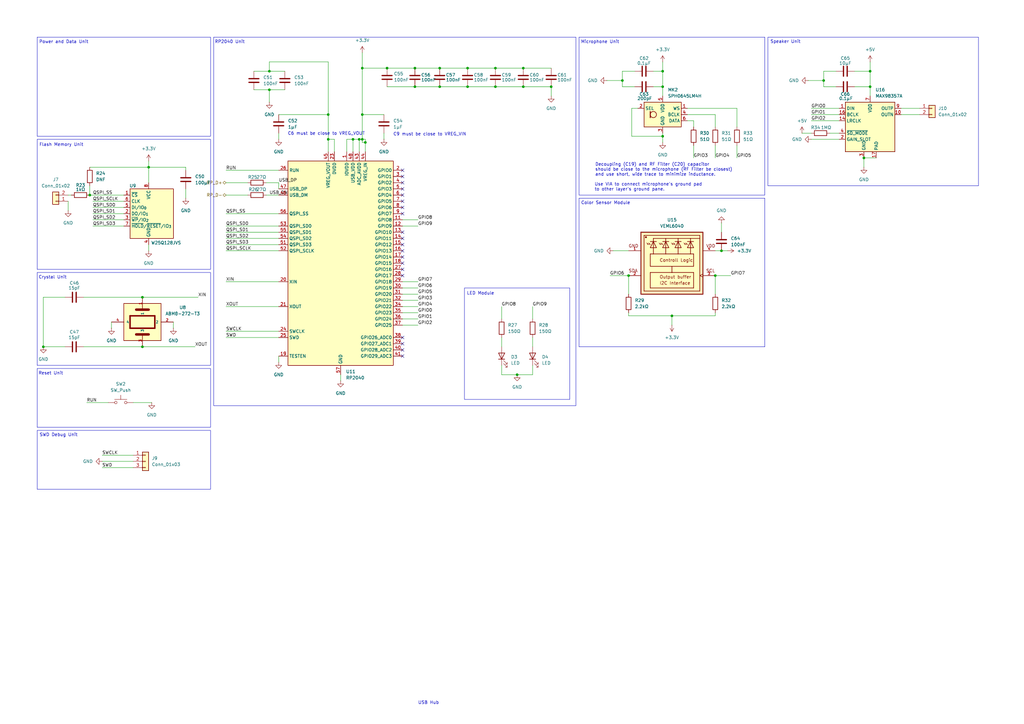
<source format=kicad_sch>
(kicad_sch (version 20250114) (generator "eeschema") (generator_version "9.0")
  (paper "A3")
  (lib_symbols
    (symbol "ABM8-272-T3:ABM8-272-T3" (pin_names (offset 1.016))
      (property "Reference" "U" (at 0 0 0))
      (property "Value" "ABM8-272-T3" (at 0 0 0))
      (symbol "ABM8-272-T3_0_0"
        (pin bidirectional line (at -12.7 0 0) (length 5.08) (name "4") (number "4"))
        (pin bidirectional line (at 0 10.16 270) (length 5.08) (name "1") (number "1"))
        (pin bidirectional line (at 0 -10.16 90) (length 5.08) (name "3") (number "3"))
        (pin bidirectional line (at 12.7 0 180) (length 5.08) (name "2") (number "2"))
      )
    )
    (symbol "Audio:MAX98357A"
      (property "Reference" "U" (at -8.89 11.43 0))
      (property "Value" "MAX98357A" (at 10.16 11.43 0))
      (symbol "MAX98357A_1_1"
        (pin input line (at -12.7 7.62 0) (length 2.54) (name "DIN") (number "1"))
        (pin input line (at -12.7 5.08 0) (length 2.54) (name "BCLK") (number "16"))
        (pin input line (at -12.7 2.54 0) (length 2.54) (name "LRCLK") (number "14"))
        (pin input line (at -12.7 -2.54 0) (length 2.54) (name "~{SD_MODE}") (number "4"))
        (pin passive line (at -12.7 -5.08 0) (length 2.54) (name "GAIN_SLOT") (number "2"))
        (pin passive line (at -2.54 -12.7 90) (length 2.54) (hide yes) (name "GND") (number "11"))
        (pin passive line (at -2.54 -12.7 90) (length 2.54) (hide yes) (name "GND") (number "15"))
        (pin power_in line (at -2.54 -12.7 90) (length 2.54) (name "GND") (number "3"))
        (pin power_in line (at 0 12.7 270) (length 2.54) (name "VDD") (number "7"))
        (pin passive line (at 0 12.7 270) (length 2.54) (hide yes) (name "VDD") (number "8"))
        (pin unspecified line (at 2.54 -12.7 90) (length 2.54) (name "PAD") (number "17"))
        (pin no_connect line (at 10.16 2.54 180) (length 2.54) (hide yes) (name "NC") (number "5"))
        (pin no_connect line (at 10.16 0 180) (length 2.54) (hide yes) (name "NC") (number "6"))
        (pin no_connect line (at 10.16 -5.08 180) (length 2.54) (hide yes) (name "NC") (number "12"))
        (pin no_connect line (at 10.16 -7.62 180) (length 2.54) (hide yes) (name "NC") (number "13"))
        (pin output line (at 12.7 7.62 180) (length 2.54) (name "OUTP") (number "9"))
        (pin output line (at 12.7 5.08 180) (length 2.54) (name "OUTN") (number "10"))
      )
    )
    (symbol "Connector_Generic:Conn_01x02" (pin_names (offset 1.016) (hide yes))
      (property "Reference" "J" (at 0 2.54 0))
      (property "Value" "Conn_01x02" (at 0 -5.08 0))
      (symbol "Conn_01x02_1_1"
        (pin passive line (at -5.08 0 0) (length 3.81) (name "Pin_1") (number "1"))
        (pin passive line (at -5.08 -2.54 0) (length 3.81) (name "Pin_2") (number "2"))
      )
    )
    (symbol "Connector_Generic:Conn_01x03" (pin_names (offset 1.016) (hide yes))
      (property "Reference" "J" (at 0 5.08 0))
      (property "Value" "Conn_01x03" (at 0 -5.08 0))
      (symbol "Conn_01x03_1_1"
        (pin passive line (at -5.08 2.54 0) (length 3.81) (name "Pin_1") (number "1"))
        (pin passive line (at -5.08 0 0) (length 3.81) (name "Pin_2") (number "2"))
        (pin passive line (at -5.08 -2.54 0) (length 3.81) (name "Pin_3") (number "3"))
      )
    )
    (symbol "Device:C" (pin_numbers (hide yes)) (pin_names (offset 0.254))
      (property "Reference" "C" (at 0.635 2.54 0))
      (property "Value" "C" (at 0.635 -2.54 0))
      (symbol "C_1_1"
        (pin passive line (at 0 3.81 270) (length 2.794) (name "~") (number "1"))
        (pin passive line (at 0 -3.81 90) (length 2.794) (name "~") (number "2"))
      )
    )
    (symbol "Device:LED" (pin_numbers (hide yes)) (pin_names (offset 1.016) (hide yes))
      (property "Reference" "D" (at 0 2.54 0))
      (property "Value" "LED" (at 0 -2.54 0))
      (symbol "LED_1_1"
        (pin passive line (at -3.81 0 0) (length 2.54) (name "K") (number "1"))
        (pin passive line (at 3.81 0 180) (length 2.54) (name "A") (number "2"))
      )
    )
    (symbol "Device:R" (pin_numbers (hide yes)) (pin_names (offset 0))
      (property "Reference" "R" (at 2.032 0 90))
      (property "Value" "R" (at 0 0 90))
      (symbol "R_1_1"
        (pin passive line (at 0 3.81 270) (length 1.27) (name "~") (number "1"))
        (pin passive line (at 0 -3.81 90) (length 1.27) (name "~") (number "2"))
      )
    )
    (symbol "MCU_RaspberryPi:RP2040"
      (property "Reference" "U" (at 17.78 45.72 0))
      (property "Value" "RP2040" (at 17.78 43.18 0))
      (symbol "RP2040_1_1"
        (pin input line (at -25.4 38.1 0) (length 3.81) (name "RUN") (number "26"))
        (pin bidirectional line (at -25.4 30.48 0) (length 3.81) (name "USB_DP") (number "47"))
        (pin bidirectional line (at -25.4 27.94 0) (length 3.81) (name "USB_DM") (number "46"))
        (pin bidirectional line (at -25.4 20.32 0) (length 3.81) (name "QSPI_SS") (number "56"))
        (pin bidirectional line (at -25.4 15.24 0) (length 3.81) (name "QSPI_SD0") (number "53"))
        (pin bidirectional line (at -25.4 12.7 0) (length 3.81) (name "QSPI_SD1") (number "55"))
        (pin bidirectional line (at -25.4 10.16 0) (length 3.81) (name "QSPI_SD2") (number "54"))
        (pin bidirectional line (at -25.4 7.62 0) (length 3.81) (name "QSPI_SD3") (number "51"))
        (pin output line (at -25.4 5.08 0) (length 3.81) (name "QSPI_SCLK") (number "52"))
        (pin input line (at -25.4 -7.62 0) (length 3.81) (name "XIN") (number "20"))
        (pin passive line (at -25.4 -17.78 0) (length 3.81) (name "XOUT") (number "21"))
        (pin input line (at -25.4 -27.94 0) (length 3.81) (name "SWCLK") (number "24"))
        (pin bidirectional line (at -25.4 -30.48 0) (length 3.81) (name "SWD") (number "25"))
        (pin input line (at -25.4 -38.1 0) (length 3.81) (name "TESTEN") (number "19"))
        (pin power_out line (at -5.08 45.72 270) (length 3.81) (name "VREG_VOUT") (number "45"))
        (pin power_in line (at -2.54 45.72 270) (length 3.81) (name "DVDD") (number "23"))
        (pin passive line (at -2.54 45.72 270) (length 3.81) (hide yes) (name "DVDD") (number "50"))
        (pin power_in line (at 0 -45.72 90) (length 3.81) (name "GND") (number "57"))
        (pin power_in line (at 2.54 45.72 270) (length 3.81) (name "IOVDD") (number "1"))
        (pin passive line (at 2.54 45.72 270) (length 3.81) (hide yes) (name "IOVDD") (number "10"))
        (pin passive line (at 2.54 45.72 270) (length 3.81) (hide yes) (name "IOVDD") (number "22"))
        (pin passive line (at 2.54 45.72 270) (length 3.81) (hide yes) (name "IOVDD") (number "33"))
        (pin passive line (at 2.54 45.72 270) (length 3.81) (hide yes) (name "IOVDD") (number "42"))
        (pin passive line (at 2.54 45.72 270) (length 3.81) (hide yes) (name "IOVDD") (number "49"))
        (pin power_in line (at 5.08 45.72 270) (length 3.81) (name "USB_VDD") (number "48"))
        (pin power_in line (at 7.62 45.72 270) (length 3.81) (name "ADC_AVDD") (number "43"))
        (pin power_in line (at 10.16 45.72 270) (length 3.81) (name "VREG_IN") (number "44"))
        (pin bidirectional line (at 25.4 38.1 180) (length 3.81) (name "GPIO0") (number "2"))
        (pin bidirectional line (at 25.4 35.56 180) (length 3.81) (name "GPIO1") (number "3"))
        (pin bidirectional line (at 25.4 33.02 180) (length 3.81) (name "GPIO2") (number "4"))
        (pin bidirectional line (at 25.4 30.48 180) (length 3.81) (name "GPIO3") (number "5"))
        (pin bidirectional line (at 25.4 27.94 180) (length 3.81) (name "GPIO4") (number "6"))
        (pin bidirectional line (at 25.4 25.4 180) (length 3.81) (name "GPIO5") (number "7"))
        (pin bidirectional line (at 25.4 22.86 180) (length 3.81) (name "GPIO6") (number "8"))
        (pin bidirectional line (at 25.4 20.32 180) (length 3.81) (name "GPIO7") (number "9"))
        (pin bidirectional line (at 25.4 17.78 180) (length 3.81) (name "GPIO8") (number "11"))
        (pin bidirectional line (at 25.4 15.24 180) (length 3.81) (name "GPIO9") (number "12"))
        (pin bidirectional line (at 25.4 12.7 180) (length 3.81) (name "GPIO10") (number "13"))
        (pin bidirectional line (at 25.4 10.16 180) (length 3.81) (name "GPIO11") (number "14"))
        (pin bidirectional line (at 25.4 7.62 180) (length 3.81) (name "GPIO12") (number "15"))
        (pin bidirectional line (at 25.4 5.08 180) (length 3.81) (name "GPIO13") (number "16"))
        (pin bidirectional line (at 25.4 2.54 180) (length 3.81) (name "GPIO14") (number "17"))
        (pin bidirectional line (at 25.4 0 180) (length 3.81) (name "GPIO15") (number "18"))
        (pin bidirectional line (at 25.4 -2.54 180) (length 3.81) (name "GPIO16") (number "27"))
        (pin bidirectional line (at 25.4 -5.08 180) (length 3.81) (name "GPIO17") (number "28"))
        (pin bidirectional line (at 25.4 -7.62 180) (length 3.81) (name "GPIO18") (number "29"))
        (pin bidirectional line (at 25.4 -10.16 180) (length 3.81) (name "GPIO19") (number "30"))
        (pin bidirectional line (at 25.4 -12.7 180) (length 3.81) (name "GPIO20") (number "31"))
        (pin bidirectional line (at 25.4 -15.24 180) (length 3.81) (name "GPIO21") (number "32"))
        (pin bidirectional line (at 25.4 -17.78 180) (length 3.81) (name "GPIO22") (number "34"))
        (pin bidirectional line (at 25.4 -20.32 180) (length 3.81) (name "GPIO23") (number "35"))
        (pin bidirectional line (at 25.4 -22.86 180) (length 3.81) (name "GPIO24") (number "36"))
        (pin bidirectional line (at 25.4 -25.4 180) (length 3.81) (name "GPIO25") (number "37"))
        (pin bidirectional line (at 25.4 -30.48 180) (length 3.81) (name "GPIO26_ADC0") (number "38"))
        (pin bidirectional line (at 25.4 -33.02 180) (length 3.81) (name "GPIO27_ADC1") (number "39"))
        (pin bidirectional line (at 25.4 -35.56 180) (length 3.81) (name "GPIO28_ADC2") (number "40"))
        (pin bidirectional line (at 25.4 -38.1 180) (length 3.81) (name "GPIO29_ADC3") (number "41"))
      )
    )
    (symbol "Sensor_Audio:SPH0645LM4H"
      (property "Reference" "MK" (at -7.62 6.35 0))
      (property "Value" "SPH0645LM4H" (at 1.27 6.35 0))
      (symbol "SPH0645LM4H_1_1"
        (pin input line (at -10.16 2.54 0) (length 2.54) (name "SEL") (number "2"))
        (pin power_in line (at 0 7.62 270) (length 2.54) (name "VDD") (number "5"))
        (pin power_in line (at 0 -7.62 90) (length 2.54) (name "GND") (number "3"))
        (pin input line (at 10.16 2.54 180) (length 2.54) (name "WS") (number "1"))
        (pin input line (at 10.16 0 180) (length 2.54) (name "BCLK") (number "4"))
        (pin output line (at 10.16 -2.54 180) (length 2.54) (name "DATA") (number "6"))
      )
    )
    (symbol "Switch:SW_Push" (pin_numbers (hide yes)) (pin_names (offset 1.016) (hide yes))
      (property "Reference" "SW" (at 1.27 2.54 0))
      (property "Value" "SW_Push" (at 0 -1.524 0))
      (symbol "SW_Push_0_1"
        (pin passive line (at -5.08 0 0) (length 2.54) (name "1") (number "1"))
        (pin passive line (at 5.08 0 180) (length 2.54) (name "2") (number "2"))
      )
    )
    (symbol "VEML6040:VEML6040" (pin_names (offset 1.016))
      (property "Reference" "U" (at -4.3236 13.7337 0))
      (property "Value" "VEML6040" (at -5.3409 -15.5141 0))
      (symbol "VEML6040_0_0"
        (text "GND" (at -17.7996 6.357 0) (effects (font (size 1.2714 1.2714)) (justify left bottom)))
        (text "SDA" (at -17.7869 -3.8115 0) (effects (font (size 1.2705 1.2705)) (justify left bottom)))
        (text "Output buffer" (at -5.0871 -6.3589 0) (effects (font (size 1.2718 1.2718)) (justify left bottom)))
        (text "Controll Logic" (at -5.0833 0.5083 0) (effects (font (size 1.2708 1.2708)) (justify left bottom)))
        (text "I2C Interface" (at -5.0825 -8.8943 0) (effects (font (size 1.2706 1.2706)) (justify left bottom)))
        (text "VDD" (at 13.9845 6.3566 0) (effects (font (size 1.2713 1.2713)) (justify left bottom)))
        (text "SCL" (at 13.9915 -3.8159 0) (effects (font (size 1.272 1.272)) (justify left bottom)))
        (pin power_in line (at -17.78 5.08 0) (length 5.08) (name "~") (number "1"))
        (pin bidirectional line (at -17.78 -5.08 0) (length 5.08) (name "~") (number "2"))
        (pin power_in line (at 17.78 5.08 180) (length 5.08) (name "~") (number "4"))
        (pin input clock (at 17.78 -5.08 180) (length 5.08) (name "~") (number "3"))
      )
    )
    (symbol "W25Q128JVS_1"
      (property "Reference" "U" (at -6.35 11.43 0))
      (property "Value" "W25Q128JVS" (at 7.62 11.43 0))
      (symbol "W25Q128JVS_1_1_1"
        (pin input line (at -10.16 7.62 0) (length 2.54) (name "~{CS}") (number "1"))
        (pin input line (at -10.16 5.08 0) (length 2.54) (name "CLK") (number "6"))
        (pin bidirectional line (at -10.16 2.54 0) (length 2.54) (name "DI/IO_{0}") (number "5"))
        (pin bidirectional line (at -10.16 0 0) (length 2.54) (name "DO/IO_{1}") (number "2"))
        (pin bidirectional line (at -10.16 -2.54 0) (length 2.54) (name "~{WP}/IO_{2}") (number "3"))
        (pin bidirectional line (at -10.16 -5.08 0) (length 2.54) (name "~{HOLD}/~{RESET}/IO_{3}") (number "7"))
        (pin power_in line (at 0 12.7 270) (length 2.54) (name "VCC") (number "8"))
        (pin power_in line (at 0 -12.7 90) (length 2.54) (name "GND") (number "4"))
      )
    )
    (symbol "power:+3.3V" (power) (pin_numbers (hide yes)) (pin_names (offset 0) (hide yes))
      (property "Value" "+3.3V" (at 0 3.556 0))
      (symbol "+3.3V_1_1"
        (pin power_in line (at 0 0 90) (length 0) (name "~") (number "1"))
      )
    )
    (symbol "power:+5V" (power) (pin_numbers (hide yes)) (pin_names (offset 0) (hide yes))
      (property "Value" "+5V" (at 0 3.556 0))
      (symbol "+5V_1_1"
        (pin power_in line (at 0 0 90) (length 0) (name "~") (number "1"))
      )
    )
    (symbol "power:GND" (power) (pin_numbers (hide yes)) (pin_names (offset 0) (hide yes))
      (property "Value" "GND" (at 0 -3.81 0))
      (symbol "GND_1_1"
        (pin power_in line (at 0 0 270) (length 0) (name "~") (number "1"))
      )
    )
  )
  (rectangle (start 15.24 151.13) (end 86.36 175.26))
  (rectangle (start 237.49 15.24) (end 313.69 80.01))
  (rectangle (start 190.5 118.11) (end 233.68 163.83))
  (rectangle (start 15.24 15.24) (end 86.36 55.88))
  (rectangle (start 15.24 57.15) (end 86.36 110.49))
  (rectangle (start 237.49 81.28) (end 313.69 142.24))
  (rectangle (start 15.24 111.76) (end 86.36 149.86))
  (rectangle (start 87.63 15.24) (end 236.22 166.37))
  (text "Microphone Unit" (at 246.126 17.272 0) (effects (font (size 1.27 1.27))))
  (text "Reset Unit" (at 20.828 153.162 0) (effects (font (size 1.27 1.27))))
  (text "Color Sensor Module" (at 248.412 83.312 0) (effects (font (size 1.27 1.27))))
  (text "LED Module" (at 197.104 120.396 0) (effects (font (size 1.27 1.27))))
  (text "RP2040 Unit" (at 94.234 17.272 0) (effects (font (size 1.27 1.27))))
  (text "USB Hub" (at 171.45 288.29 0) (effects (font (size 1.27 1.27)) (justify left)))
  (text "Flash Memory Unit" (at 25.146 59.436 0) (effects (font (size 1.27 1.27))))
  (text "Power and Data Unit" (at 26.162 17.272 0) (effects (font (size 1.27 1.27))))
  (text "C9 must be close to VREG_VIN" (at 176.276 55.118 0) (effects (font (size 1.27 1.27))))
  (text "C6 must be close to VREG_VOUT" (at 133.858 54.864 0) (effects (font (size 1.27 1.27))))
  (text "Decoupling (C19) and RF Filter (C20) capacitor\nshould be close to the microphone (RF Filter be closest)\nand use short, wide trace to minimize inductance." (at 244.094 69.596 0) (effects (font (size 1.27 1.27)) (justify left)))
  (text "Crystal Unit" (at 21.59 113.792 0) (effects (font (size 1.27 1.27))))
  (text "Use VIA to connect microphone's ground pad\nto other layer's ground pane.\n" (at 243.84 76.708 0) (effects (font (size 1.27 1.27)) (justify left)))
  (text_box "SWD Debug Unit" (at 15.24 176.53 0) (size 71.12 24.13) (margins 0.9525 0.9525 0.9525 0.9525) (effects (font (size 1.27 1.27)) (justify left top)))
  (text_box "Speaker Unit" (at 314.96 15.24 0) (size 86.36 60.96) (margins 0.9525 0.9525 0.9525 0.9525) (effects (font (size 1.27 1.27)) (justify left top)))
  (junction (at 356.87 29.21))
  (junction (at 337.82 33.02))
  (junction (at 17.78 142.24))
  (junction (at 203.2 27.94))
  (junction (at 180.34 27.94))
  (junction (at 293.37 113.03))
  (junction (at 275.59 129.54))
  (junction (at 214.63 27.94))
  (junction (at 271.78 29.21))
  (junction (at 110.49 36.83))
  (junction (at 212.09 153.67))
  (junction (at 134.62 46.99))
  (junction (at 191.77 35.56))
  (junction (at 180.34 35.56))
  (junction (at 60.96 68.58))
  (junction (at 356.87 35.56))
  (junction (at 226.06 35.56))
  (junction (at 36.83 80.01))
  (junction (at 214.63 35.56))
  (junction (at 191.77 27.94))
  (junction (at 149.86 58.42))
  (junction (at 158.75 27.94))
  (junction (at 257.81 113.03))
  (junction (at 147.32 57.15))
  (junction (at 271.78 35.56))
  (junction (at 148.59 46.99))
  (junction (at 110.49 29.21))
  (junction (at 58.42 121.92))
  (junction (at 295.91 102.87))
  (junction (at 255.27 33.02))
  (junction (at 354.33 64.77))
  (junction (at 58.42 142.24))
  (junction (at 170.18 27.94))
  (junction (at 170.18 35.56))
  (junction (at 271.78 55.88))
  (junction (at 203.2 35.56))
  (junction (at 148.59 57.15))
  (junction (at 148.59 27.94))
  (junction (at 134.62 57.15))
  (junction (at 144.78 57.15))
  (no_connect (at 165.1 143.51))
  (no_connect (at 165.1 72.39))
  (no_connect (at 165.1 113.03))
  (no_connect (at 165.1 74.93))
  (no_connect (at 165.1 138.43))
  (no_connect (at 165.1 107.95))
  (no_connect (at 165.1 69.85))
  (no_connect (at 165.1 97.79))
  (no_connect (at 165.1 100.33))
  (no_connect (at 165.1 102.87))
  (no_connect (at 165.1 95.25))
  (no_connect (at 165.1 140.97))
  (no_connect (at 165.1 87.63))
  (no_connect (at 165.1 82.55))
  (no_connect (at 165.1 85.09))
  (no_connect (at 165.1 80.01))
  (no_connect (at 165.1 105.41))
  (no_connect (at 165.1 110.49))
  (no_connect (at 165.1 77.47))
  (no_connect (at 165.1 146.05))
  (wire (pts (xy 58.42 121.92) (xy 81.28 121.92)))
  (wire (pts (xy 281.94 44.45) (xy 302.26 44.45)))
  (wire (pts (xy 147.32 57.15) (xy 147.32 62.23)))
  (wire (pts (xy 354.33 64.77) (xy 359.41 64.77)))
  (wire (pts (xy 35.56 165.1) (xy 44.45 165.1)))
  (wire (pts (xy 331.47 33.02) (xy 337.82 33.02)))
  (wire (pts (xy 41.91 186.69) (xy 54.61 186.69)))
  (wire (pts (xy 144.78 57.15) (xy 144.78 62.23)))
  (wire (pts (xy 38.1 82.55) (xy 50.8 82.55)))
  (wire (pts (xy 170.18 27.94) (xy 180.34 27.94)))
  (wire (pts (xy 295.91 91.44) (xy 295.91 95.25)))
  (wire (pts (xy 332.74 57.15) (xy 344.17 57.15)))
  (wire (pts (xy 340.36 54.61) (xy 344.17 54.61)))
  (wire (pts (xy 114.3 74.93) (xy 114.3 77.47)))
  (wire (pts (xy 165.1 92.71) (xy 171.45 92.71)))
  (wire (pts (xy 205.74 138.43) (xy 205.74 142.24)))
  (wire (pts (xy 218.44 125.73) (xy 218.44 130.81)))
  (wire (pts (xy 142.24 57.15) (xy 144.78 57.15)))
  (wire (pts (xy 60.96 68.58) (xy 60.96 74.93)))
  (wire (pts (xy 149.86 57.15) (xy 149.86 58.42)))
  (wire (pts (xy 255.27 29.21) (xy 255.27 33.02)))
  (wire (pts (xy 342.9 35.56) (xy 337.82 35.56)))
  (wire (pts (xy 259.08 44.45) (xy 259.08 55.88)))
  (wire (pts (xy 148.59 57.15) (xy 149.86 57.15)))
  (wire (pts (xy 60.96 100.33) (xy 60.96 102.87)))
  (wire (pts (xy 369.57 46.99) (xy 377.19 46.99)))
  (wire (pts (xy 92.71 80.01) (xy 101.6 80.01)))
  (wire (pts (xy 26.67 121.92) (xy 17.78 121.92)))
  (wire (pts (xy 165.1 130.81) (xy 171.45 130.81)))
  (wire (pts (xy 342.9 29.21) (xy 337.82 29.21)))
  (wire (pts (xy 109.22 80.01) (xy 114.3 80.01)))
  (wire (pts (xy 293.37 102.87) (xy 295.91 102.87)))
  (wire (pts (xy 295.91 102.87) (xy 298.45 102.87)))
  (wire (pts (xy 257.81 129.54) (xy 257.81 128.27)))
  (wire (pts (xy 158.75 27.94) (xy 170.18 27.94)))
  (wire (pts (xy 281.94 49.53) (xy 284.48 49.53)))
  (wire (pts (xy 92.71 87.63) (xy 114.3 87.63)))
  (wire (pts (xy 293.37 129.54) (xy 293.37 128.27)))
  (wire (pts (xy 34.29 142.24) (xy 58.42 142.24)))
  (wire (pts (xy 350.52 35.56) (xy 356.87 35.56)))
  (wire (pts (xy 180.34 35.56) (xy 191.77 35.56)))
  (wire (pts (xy 38.1 85.09) (xy 50.8 85.09)))
  (wire (pts (xy 134.62 46.99) (xy 114.3 46.99)))
  (wire (pts (xy 60.96 68.58) (xy 76.2 68.58)))
  (wire (pts (xy 218.44 149.86) (xy 218.44 153.67)))
  (wire (pts (xy 92.71 95.25) (xy 114.3 95.25)))
  (wire (pts (xy 38.1 87.63) (xy 50.8 87.63)))
  (wire (pts (xy 76.2 77.47) (xy 76.2 81.28)))
  (wire (pts (xy 142.24 62.23) (xy 142.24 57.15)))
  (wire (pts (xy 110.49 29.21) (xy 116.84 29.21)))
  (wire (pts (xy 271.78 35.56) (xy 271.78 39.37)))
  (wire (pts (xy 293.37 113.03) (xy 299.72 113.03)))
  (wire (pts (xy 165.1 115.57) (xy 171.45 115.57)))
  (wire (pts (xy 45.72 132.08) (xy 45.72 134.62)))
  (wire (pts (xy 356.87 25.4) (xy 356.87 29.21)))
  (wire (pts (xy 17.78 142.24) (xy 26.67 142.24)))
  (wire (pts (xy 92.71 115.57) (xy 114.3 115.57)))
  (wire (pts (xy 356.87 35.56) (xy 356.87 39.37)))
  (wire (pts (xy 255.27 35.56) (xy 255.27 33.02)))
  (wire (pts (xy 205.74 153.67) (xy 212.09 153.67)))
  (wire (pts (xy 41.91 189.23) (xy 54.61 189.23)))
  (wire (pts (xy 144.78 57.15) (xy 147.32 57.15)))
  (wire (pts (xy 284.48 59.69) (xy 284.48 64.77)))
  (wire (pts (xy 226.06 35.56) (xy 226.06 39.37)))
  (wire (pts (xy 337.82 35.56) (xy 337.82 33.02)))
  (wire (pts (xy 36.83 76.2) (xy 36.83 80.01)))
  (wire (pts (xy 328.93 54.61) (xy 332.74 54.61)))
  (wire (pts (xy 148.59 27.94) (xy 148.59 46.99)))
  (wire (pts (xy 332.74 46.99) (xy 344.17 46.99)))
  (wire (pts (xy 369.57 44.45) (xy 377.19 44.45)))
  (wire (pts (xy 205.74 125.73) (xy 205.74 130.81)))
  (wire (pts (xy 218.44 153.67) (xy 212.09 153.67)))
  (wire (pts (xy 302.26 44.45) (xy 302.26 52.07)))
  (wire (pts (xy 165.1 118.11) (xy 171.45 118.11)))
  (wire (pts (xy 180.34 27.94) (xy 191.77 27.94)))
  (wire (pts (xy 60.96 66.04) (xy 60.96 68.58)))
  (wire (pts (xy 284.48 49.53) (xy 284.48 52.07)))
  (wire (pts (xy 337.82 29.21) (xy 337.82 33.02)))
  (wire (pts (xy 261.62 44.45) (xy 259.08 44.45)))
  (wire (pts (xy 191.77 35.56) (xy 203.2 35.56)))
  (wire (pts (xy 302.26 59.69) (xy 302.26 64.77)))
  (wire (pts (xy 114.3 54.61) (xy 114.3 57.15)))
  (wire (pts (xy 203.2 27.94) (xy 214.63 27.94)))
  (wire (pts (xy 27.94 80.01) (xy 29.21 80.01)))
  (wire (pts (xy 41.91 191.77) (xy 54.61 191.77)))
  (wire (pts (xy 134.62 57.15) (xy 134.62 62.23)))
  (wire (pts (xy 137.16 62.23) (xy 137.16 57.15)))
  (wire (pts (xy 281.94 46.99) (xy 293.37 46.99)))
  (wire (pts (xy 54.61 165.1) (xy 62.23 165.1)))
  (wire (pts (xy 293.37 113.03) (xy 293.37 120.65)))
  (wire (pts (xy 17.78 121.92) (xy 17.78 142.24)))
  (wire (pts (xy 110.49 36.83) (xy 116.84 36.83)))
  (wire (pts (xy 92.71 135.89) (xy 114.3 135.89)))
  (wire (pts (xy 104.14 36.83) (xy 110.49 36.83)))
  (wire (pts (xy 356.87 29.21) (xy 356.87 35.56)))
  (wire (pts (xy 158.75 35.56) (xy 170.18 35.56)))
  (wire (pts (xy 134.62 25.4) (xy 134.62 46.99)))
  (wire (pts (xy 165.1 120.65) (xy 171.45 120.65)))
  (wire (pts (xy 157.48 54.61) (xy 157.48 57.15)))
  (wire (pts (xy 218.44 138.43) (xy 218.44 142.24)))
  (wire (pts (xy 332.74 44.45) (xy 344.17 44.45)))
  (wire (pts (xy 165.1 123.19) (xy 171.45 123.19)))
  (wire (pts (xy 214.63 35.56) (xy 226.06 35.56)))
  (wire (pts (xy 34.29 121.92) (xy 58.42 121.92)))
  (wire (pts (xy 36.83 80.01) (xy 50.8 80.01)))
  (wire (pts (xy 165.1 133.35) (xy 171.45 133.35)))
  (wire (pts (xy 92.71 102.87) (xy 114.3 102.87)))
  (wire (pts (xy 214.63 27.94) (xy 226.06 27.94)))
  (wire (pts (xy 248.92 33.02) (xy 255.27 33.02)))
  (wire (pts (xy 332.74 49.53) (xy 344.17 49.53)))
  (wire (pts (xy 275.59 133.35) (xy 275.59 129.54)))
  (wire (pts (xy 205.74 149.86) (xy 205.74 153.67)))
  (wire (pts (xy 165.1 125.73) (xy 171.45 125.73)))
  (wire (pts (xy 104.14 29.21) (xy 110.49 29.21)))
  (wire (pts (xy 275.59 129.54) (xy 293.37 129.54)))
  (wire (pts (xy 92.71 74.93) (xy 101.6 74.93)))
  (wire (pts (xy 92.71 100.33) (xy 114.3 100.33)))
  (wire (pts (xy 147.32 57.15) (xy 148.59 57.15)))
  (wire (pts (xy 170.18 35.56) (xy 180.34 35.56)))
  (wire (pts (xy 250.19 113.03) (xy 257.81 113.03)))
  (wire (pts (xy 191.77 27.94) (xy 203.2 27.94)))
  (wire (pts (xy 139.7 153.67) (xy 139.7 156.21)))
  (wire (pts (xy 203.2 35.56) (xy 214.63 35.56)))
  (wire (pts (xy 148.59 58.42) (xy 148.59 57.15)))
  (wire (pts (xy 350.52 29.21) (xy 356.87 29.21)))
  (wire (pts (xy 149.86 62.23) (xy 149.86 58.42)))
  (wire (pts (xy 148.59 21.59) (xy 148.59 27.94)))
  (wire (pts (xy 27.94 82.55) (xy 27.94 86.36)))
  (wire (pts (xy 110.49 25.4) (xy 134.62 25.4)))
  (wire (pts (xy 354.33 64.77) (xy 354.33 68.58)))
  (wire (pts (xy 148.59 46.99) (xy 157.48 46.99)))
  (wire (pts (xy 38.1 92.71) (xy 50.8 92.71)))
  (wire (pts (xy 148.59 46.99) (xy 148.59 57.15)))
  (wire (pts (xy 293.37 46.99) (xy 293.37 52.07)))
  (wire (pts (xy 134.62 57.15) (xy 134.62 46.99)))
  (wire (pts (xy 92.71 138.43) (xy 114.3 138.43)))
  (wire (pts (xy 271.78 29.21) (xy 271.78 35.56)))
  (wire (pts (xy 109.22 74.93) (xy 114.3 74.93)))
  (wire (pts (xy 148.59 27.94) (xy 158.75 27.94)))
  (wire (pts (xy 267.97 35.56) (xy 271.78 35.56)))
  (wire (pts (xy 36.83 68.58) (xy 60.96 68.58)))
  (wire (pts (xy 267.97 29.21) (xy 271.78 29.21)))
  (wire (pts (xy 165.1 90.17) (xy 171.45 90.17)))
  (wire (pts (xy 260.35 29.21) (xy 255.27 29.21)))
  (wire (pts (xy 110.49 25.4) (xy 110.49 29.21)))
  (wire (pts (xy 110.49 36.83) (xy 110.49 41.91)))
  (wire (pts (xy 271.78 25.4) (xy 271.78 29.21)))
  (wire (pts (xy 251.46 102.87) (xy 257.81 102.87)))
  (wire (pts (xy 92.71 97.79) (xy 114.3 97.79)))
  (wire (pts (xy 114.3 146.05) (xy 114.3 148.59)))
  (wire (pts (xy 76.2 69.85) (xy 76.2 68.58)))
  (wire (pts (xy 293.37 59.69) (xy 293.37 64.77)))
  (wire (pts (xy 259.08 55.88) (xy 271.78 55.88)))
  (wire (pts (xy 271.78 54.61) (xy 271.78 55.88)))
  (wire (pts (xy 271.78 55.88) (xy 271.78 58.42)))
  (wire (pts (xy 38.1 90.17) (xy 50.8 90.17)))
  (wire (pts (xy 92.71 69.85) (xy 114.3 69.85)))
  (wire (pts (xy 71.12 132.08) (xy 71.12 134.62)))
  (wire (pts (xy 257.81 113.03) (xy 257.81 120.65)))
  (wire (pts (xy 137.16 57.15) (xy 134.62 57.15)))
  (wire (pts (xy 92.71 125.73) (xy 114.3 125.73)))
  (wire (pts (xy 260.35 35.56) (xy 255.27 35.56)))
  (wire (pts (xy 275.59 129.54) (xy 257.81 129.54)))
  (wire (pts (xy 58.42 142.24) (xy 80.01 142.24)))
  (wire (pts (xy 92.71 92.71) (xy 114.3 92.71)))
  (wire (pts (xy 165.1 128.27) (xy 171.45 128.27)))
  (wire (pts (xy 149.86 58.42) (xy 148.59 58.42)))
  (label "GPIO6" (at 171.45 118.11 0))
  (label "GPIO3" (at 284.48 64.77 0))
  (label "QSPI_SD1" (at 38.1 87.63 0))
  (label "GPIO5" (at 302.26 64.77 0))
  (label "USB_DP" (at 114.3 74.93 0))
  (label "SWCLK" (at 41.91 186.69 0))
  (label "USB_DN" (at 110.49 80.01 0))
  (label "GPIO2" (at 171.45 133.35 0))
  (label "QSPI_SD0" (at 38.1 85.09 0))
  (label "GPIO5" (at 171.45 120.65 0))
  (label "XOUT" (at 92.71 125.73 0))
  (label "GPIO6" (at 250.19 113.03 0))
  (label "QSPI_SD1" (at 92.71 95.25 0))
  (label "QSPI_SCLK" (at 92.71 102.87 0))
  (label "GPIO3" (at 171.45 123.19 0))
  (label "QSPI_SD0" (at 92.71 92.71 0))
  (label "SWCLK" (at 92.71 135.89 0))
  (label "QSPI_SS" (at 38.1 80.01 0))
  (label "GPIO7" (at 171.45 115.57 0))
  (label "RUN" (at 92.71 69.85 0))
  (label "GPIO9" (at 218.44 125.73 0))
  (label "QSPI_SD3" (at 92.71 100.33 0))
  (label "XIN" (at 92.71 115.57 0))
  (label "QSPI_SCLK" (at 38.1 82.55 0))
  (label "XIN" (at 81.28 121.92 0))
  (label "GPIO4" (at 293.37 64.77 0))
  (label "SWD" (at 92.71 138.43 0))
  (label "QSPI_SD2" (at 38.1 90.17 0))
  (label "GPIO1" (at 171.45 130.81 0))
  (label "GPIO0" (at 171.45 128.27 0))
  (label "QSPI_SD2" (at 92.71 97.79 0))
  (label "GPIO2" (at 332.74 49.53 0))
  (label "GPIO1" (at 332.74 46.99 0))
  (label "GPIO8" (at 171.45 90.17 0))
  (label "GPIO8" (at 205.74 125.73 0))
  (label "GPIO7" (at 299.72 113.03 0))
  (label "GPIO9" (at 171.45 92.71 0))
  (label "SWD" (at 41.91 191.77 0))
  (label "RUN" (at 35.56 165.1 0))
  (label "GPIO0" (at 332.74 44.45 0))
  (label "QSPI_SS" (at 92.71 87.63 0))
  (label "GPIO4" (at 171.45 125.73 0))
  (label "QSPI_SD3" (at 38.1 92.71 0))
  (label "XOUT" (at 80.01 142.24 0))
  (hierarchical_label "RP_D+" (shape bidirectional) (at 92.71 74.93 180))
  (hierarchical_label "RP_D-" (shape bidirectional) (at 92.71 80.01 180))
  (symbol (lib_id "Device:R") (at 205.74 134.62 0) (unit 1)
    (property "Reference" "R27" (at 208.28 133.3499 0) (effects (justify left)))
    (property "Value" "150Ω" (at 208.28 135.8899 0) (effects (justify left)))
    (property "Footprint" "Resistor_SMD:R_0603_1608Metric" (effects (hide yes)))
    (property "Description" "Resistor" (effects (hide yes)))
  )
  (symbol (lib_id "Device:R") (at 105.41 74.93 90) (unit 1)
    (property "Reference" "R25" (at 103.632 72.644 90))
    (property "Value" "27Ω" (at 107.188 72.644 90))
    (property "Footprint" "Resistor_SMD:R_0603_1608Metric" (effects (hide yes)))
    (property "Description" "Resistor" (effects (hide yes)))
  )
  (symbol (lib_id "ABM8-272-T3:ABM8-272-T3") (at 58.42 132.08 0) (unit 1)
    (property "Reference" "U8" (at 74.93 126.1108 0))
    (property "Value" "ABM8-272-T3" (at 74.93 128.6508 0))
    (property "Footprint" "ABM8-272-T3:ABM8-272-T3" (effects (hide yes)))
    (property "MF" "ABRACON" (effects (hide yes)))
    (property "Description_1" "\n                        \n                            12 MHz ±30ppm Crystal 10pF 50 Ohms 4-SMD, No Lead\n                        \n" (effects (hide yes)))
    (property "Package" "NON-STANDARD-4 Abracon" (effects (hide yes)))
    (property "Price" "None" (effects (hide yes)))
    (property "SnapEDA_Link" "https://www.snapeda.com/parts/ABM8-272-T3/Abracon/view-part/?ref=snap" (effects (hide yes)))
    (property "MP" "ABM8-272-T3" (effects (hide yes)))
    (property "Availability" "In Stock" (effects (hide yes)))
    (property "Check_prices" "https://www.snapeda.com/parts/ABM8-272-T3/Abracon/view-part/?ref=eda" (effects (hide yes)))
  )
  (symbol (lib_id "Device:C") (at 114.3 50.8 0) (unit 1)
    (property "Reference" "C52" (at 118.11 49.5299 0) (effects (justify left)))
    (property "Value" "1μF" (at 118.11 52.0699 0) (effects (justify left)))
    (property "Footprint" "Capacitor_SMD:C_0402_1005Metric" (effects (hide yes)))
    (property "Description" "Unpolarized capacitor" (effects (hide yes)))
  )
  (symbol (lib_id "Device:C") (at 30.48 142.24 90) (unit 1)
    (property "Reference" "C47" (at 30.48 136.144 90))
    (property "Value" "15pF" (at 30.48 138.43 90))
    (property "Footprint" "Capacitor_SMD:C_0402_1005Metric" (effects (hide yes)))
    (property "Description" "Unpolarized capacitor" (effects (hide yes)))
  )
  (symbol (lib_id "Device:R") (at 293.37 124.46 0) (unit 1)
    (property "Reference" "R32" (at 295.91 123.1899 0) (effects (justify left)))
    (property "Value" "2.2kΩ" (at 295.91 125.7299 0) (effects (justify left)))
    (property "Footprint" "Resistor_SMD:R_0603_1608Metric" (effects (hide yes)))
    (property "Description" "Resistor" (effects (hide yes)))
  )
  (symbol (lib_id "Connector_Generic:Conn_01x02") (at 382.27 44.45 0) (unit 1)
    (property "Reference" "J10" (at 384.81 44.4499 0) (effects (justify left)))
    (property "Value" "Conn_01x02" (at 384.81 46.9899 0) (effects (justify left)))
    (property "Footprint" "Connector_PinSocket_2.54mm:PinSocket_1x02_P2.54mm_Vertical" (effects (hide yes)))
    (property "Description" "Generic connector, single row, 01x02, script generated (kicad-library-utils/schlib/autogen/connector/)" (effects (hide yes)))
  )
  (symbol (lib_id "Device:C") (at 158.75 31.75 0) (unit 1)
    (property "Reference" "C55" (at 161.544 30.226 0) (effects (justify left)))
    (property "Value" "100nF" (at 161.544 32.766 0) (effects (justify left)))
    (property "Footprint" "Capacitor_SMD:C_0603_1608Metric" (effects (hide yes)))
    (property "Description" "Unpolarized capacitor" (effects (hide yes)))
  )
  (symbol (lib_id "power:GND") (at 295.91 91.44 180) (unit 1)
    (property "Reference" "#PWR092" (effects (hide yes)))
    (property "Value" "GND" (at 295.91 86.36 0))
    (property "Description" "Power symbol creates a global label with name \"GND\" , ground" (effects (hide yes)))
  )
  (symbol (lib_id "power:GND") (at 212.09 153.67 0) (unit 1)
    (property "Reference" "#PWR085" (effects (hide yes)))
    (property "Value" "GND" (at 212.09 158.75 0))
    (property "Description" "Power symbol creates a global label with name \"GND\" , ground" (effects (hide yes)))
  )
  (symbol (lib_id "power:GND") (at 331.47 33.02 270) (unit 1)
    (property "Reference" "#PWR094" (effects (hide yes)))
    (property "Value" "GND" (at 327.66 33.0199 90) (effects (justify right)))
    (property "Description" "Power symbol creates a global label with name \"GND\" , ground" (effects (hide yes)))
  )
  (symbol (lib_id "power:+3.3V") (at 60.96 66.04 0) (unit 1)
    (property "Reference" "#PWR07" (effects (hide yes)))
    (property "Value" "+3.3V" (at 60.96 60.96 0))
    (property "Description" "Power symbol creates a global label with name \"+3.3V\"" (effects (hide yes)))
  )
  (symbol (lib_id "Device:C") (at 295.91 99.06 0) (unit 1)
    (property "Reference" "C64" (at 299.72 97.7899 0) (effects (justify left)))
    (property "Value" "100nF" (at 299.72 100.3299 0) (effects (justify left)))
    (property "Footprint" "Capacitor_SMD:C_0603_1608Metric" (effects (hide yes)))
    (property "Description" "Unpolarized capacitor" (effects (hide yes)))
  )
  (symbol (lib_id "Device:R") (at 284.48 55.88 0) (unit 1)
    (property "Reference" "R30" (at 287.02 54.6099 0) (effects (justify left)))
    (property "Value" "51Ω" (at 287.02 57.1499 0) (effects (justify left)))
    (property "Footprint" "Resistor_SMD:R_0603_1608Metric" (effects (hide yes)))
    (property "Description" "Resistor" (effects (hide yes)))
  )
  (symbol (lib_id "Device:C") (at 30.48 121.92 90) (unit 1)
    (property "Reference" "C46" (at 30.48 116.078 90))
    (property "Value" "15pF" (at 30.48 118.11 90))
    (property "Footprint" "Capacitor_SMD:C_0402_1005Metric" (effects (hide yes)))
    (property "Description" "Unpolarized capacitor" (effects (hide yes)))
  )
  (symbol (lib_id "Device:R") (at 293.37 55.88 180) (unit 1)
    (property "Reference" "R31" (at 295.91 54.6099 0) (effects (justify right)))
    (property "Value" "51Ω" (at 295.91 57.1499 0) (effects (justify right)))
    (property "Footprint" "Resistor_SMD:R_0603_1608Metric" (effects (hide yes)))
    (property "Description" "Resistor" (effects (hide yes)))
  )
  (symbol (lib_id "Device:C") (at 264.16 29.21 90) (unit 1)
    (property "Reference" "C62" (at 264.16 23.876 90))
    (property "Value" "0.1μF" (at 264.16 25.908 90))
    (property "Footprint" "Capacitor_SMD:C_0603_1608Metric" (effects (hide yes)))
    (property "Description" "Unpolarized capacitor" (effects (hide yes)))
  )
  (symbol (lib_id "power:GND") (at 332.74 57.15 270) (unit 1)
    (property "Reference" "#PWR096" (effects (hide yes)))
    (property "Value" "GND" (at 328.93 57.1499 90) (effects (justify right)))
    (property "Description" "Power symbol creates a global label with name \"GND\" , ground" (effects (hide yes)))
  )
  (symbol (lib_id "Device:R") (at 336.55 54.61 90) (unit 1)
    (property "Reference" "R34" (at 334.518 52.324 90))
    (property "Value" "1MΩ" (at 338.836 52.324 90))
    (property "Footprint" "Resistor_SMD:R_0603_1608Metric" (effects (hide yes)))
    (property "Description" "Resistor" (effects (hide yes)))
  )
  (symbol (lib_id "Device:C") (at 180.34 31.75 0) (unit 1)
    (property "Reference" "C57" (at 182.88 30.734 0) (effects (justify left)))
    (property "Value" "100nF" (at 182.88 32.766 0) (effects (justify left)))
    (property "Footprint" "Capacitor_SMD:C_0603_1608Metric" (effects (hide yes)))
    (property "Description" "Unpolarized capacitor" (effects (hide yes)))
  )
  (symbol (lib_id "power:GND") (at 114.3 57.15 0) (unit 1)
    (property "Reference" "#PWR079" (effects (hide yes)))
    (property "Value" "GND" (at 114.3 62.23 0))
    (property "Description" "Power symbol creates a global label with name \"GND\" , ground" (effects (hide yes)))
  )
  (symbol (lib_id "Device:C") (at 346.71 35.56 90) (unit 1)
    (property "Reference" "C66" (at 346.71 38.608 90))
    (property "Value" "0.1μF" (at 346.964 40.386 90))
    (property "Footprint" "Capacitor_SMD:C_0603_1608Metric" (effects (hide yes)))
    (property "Description" "Unpolarized capacitor" (effects (hide yes)))
  )
  (symbol (lib_id "power:+5V") (at 356.87 25.4 0) (unit 1)
    (property "Reference" "#PWR08" (effects (hide yes)))
    (property "Value" "+5V" (at 356.87 20.32 0))
    (property "Description" "Power symbol creates a global label with name \"+5V\"" (effects (hide yes)))
  )
  (symbol (lib_id "power:GND") (at 41.91 189.23 270) (unit 1)
    (property "Reference" "#PWR059" (effects (hide yes)))
    (property "Value" "GND" (at 38.1 189.2299 90) (effects (justify right)))
    (property "Description" "Power symbol creates a global label with name \"GND\" , ground" (effects (hide yes)))
  )
  (symbol (lib_id "power:GND") (at 157.48 57.15 0) (unit 1)
    (property "Reference" "#PWR084" (effects (hide yes)))
    (property "Value" "GND" (at 157.48 62.23 0))
    (property "Description" "Power symbol creates a global label with name \"GND\" , ground" (effects (hide yes)))
  )
  (symbol (lib_id "Switch:SW_Push") (at 49.53 165.1 0) (unit 1)
    (property "Reference" "SW2" (at 49.53 157.48 0))
    (property "Value" "SW_Push" (at 49.53 160.02 0))
    (property "Footprint" "Button_Switch_THT:SW_PUSH_1P1T_6x3.5mm_H4.3_APEM_MJTP1243" (effects (hide yes)))
    (property "Description" "Push button switch, generic, two pins" (effects (hide yes)))
  )
  (symbol (lib_id "power:+3.3V") (at 148.59 21.59 0) (unit 1)
    (property "Reference" "#PWR05" (effects (hide yes)))
    (property "Value" "+3.3V" (at 148.59 16.51 0))
    (property "Description" "Power symbol creates a global label with name \"+3.3V\"" (effects (hide yes)))
  )
  (symbol (lib_id "Device:R") (at 302.26 55.88 180) (unit 1)
    (property "Reference" "R33" (at 304.8 54.6099 0) (effects (justify right)))
    (property "Value" "51Ω" (at 304.8 57.1499 0) (effects (justify right)))
    (property "Footprint" "Resistor_SMD:R_0603_1608Metric" (effects (hide yes)))
    (property "Description" "Resistor" (effects (hide yes)))
  )
  (symbol (lib_id "Device:C") (at 264.16 35.56 90) (unit 1)
    (property "Reference" "C63" (at 264.16 38.608 90))
    (property "Value" "200pF" (at 264.414 40.386 90))
    (property "Footprint" "Capacitor_SMD:C_0603_1608Metric" (effects (hide yes)))
    (property "Description" "Unpolarized capacitor" (effects (hide yes)))
  )
  (symbol (lib_id "power:GND") (at 226.06 39.37 0) (unit 1)
    (property "Reference" "#PWR086" (effects (hide yes)))
    (property "Value" "GND" (at 226.06 44.45 0))
    (property "Description" "Power symbol creates a global label with name \"GND\" , ground" (effects (hide yes)))
  )
  (symbol (lib_id "power:+5V") (at 328.93 54.61 0) (unit 1)
    (property "Reference" "#PWR09" (effects (hide yes)))
    (property "Value" "+5V" (at 328.93 49.53 0))
    (property "Description" "Power symbol creates a global label with name \"+5V\"" (effects (hide yes)))
  )
  (symbol (lib_id "Connector_Generic:Conn_01x03") (at 59.69 189.23 0) (unit 1)
    (property "Reference" "J9" (at 62.23 187.9599 0) (effects (justify left)))
    (property "Value" "Conn_01x03" (at 62.23 190.4999 0) (effects (justify left)))
    (property "Footprint" "Connector_PinSocket_2.54mm:PinSocket_1x03_P2.54mm_Vertical" (effects (hide yes)))
    (property "Description" "Generic connector, single row, 01x03, script generated (kicad-library-utils/schlib/autogen/connector/)" (effects (hide yes)))
  )
  (symbol (lib_name "W25Q128JVS_1") (lib_id "Memory_Flash:W25Q128JVS") (at 60.96 87.63 0) (unit 1)
    (property "Reference" "U9" (at 53.086 76.2 0) (effects (justify left)))
    (property "Value" "W25Q128JVS" (at 61.976 99.568 0) (effects (justify left)))
    (property "Footprint" "Package_SO:SOIC-8_5.3x5.3mm_P1.27mm" (effects (hide yes)))
    (property "Datasheet" "https://www.winbond.com/resource-files/w25q128jv_dtr%20revc%2003272018%20plus.pdf" (effects (hide yes)))
    (property "Description" "128Mbit / 16MiB Serial Flash Memory, Standard/Dual/Quad SPI, 2.7-3.6V, SOIC-8" (effects (hide yes)))
  )
  (symbol (lib_id "power:+3.3V") (at 298.45 102.87 270) (unit 1)
    (property "Reference" "#PWR093" (effects (hide yes)))
    (property "Value" "+3.3V" (at 302.26 102.8699 90) (effects (justify left)))
    (property "Description" "Power symbol creates a global label with name \"+3.3V\"" (effects (hide yes)))
  )
  (symbol (lib_id "Device:R") (at 218.44 134.62 0) (unit 1)
    (property "Reference" "R28" (at 220.98 133.3499 0) (effects (justify left)))
    (property "Value" "150Ω" (at 220.98 135.8899 0) (effects (justify left)))
    (property "Footprint" "Resistor_SMD:R_0603_1608Metric" (effects (hide yes)))
    (property "Description" "Resistor" (effects (hide yes)))
  )
  (symbol (lib_id "power:GND") (at 45.72 134.62 0) (unit 1)
    (property "Reference" "#PWR060" (effects (hide yes)))
    (property "Value" "GND" (at 45.72 139.7 0))
    (property "Description" "Power symbol creates a global label with name \"GND\" , ground" (effects (hide yes)))
  )
  (symbol (lib_id "power:GND") (at 62.23 165.1 0) (unit 1)
    (property "Reference" "#PWR073" (effects (hide yes)))
    (property "Value" "GND" (at 62.23 170.18 0))
    (property "Description" "Power symbol creates a global label with name \"GND\" , ground" (effects (hide yes)))
  )
  (symbol (lib_id "power:GND") (at 251.46 102.87 270) (unit 1)
    (property "Reference" "#PWR088" (effects (hide yes)))
    (property "Value" "GND" (at 247.65 102.8699 90) (effects (justify right)))
    (property "Description" "Power symbol creates a global label with name \"GND\" , ground" (effects (hide yes)))
  )
  (symbol (lib_id "Audio:MAX98357A") (at 356.87 52.07 0) (unit 1)
    (property "Reference" "U16" (at 359.0641 36.83 0) (effects (justify left)))
    (property "Value" "MAX98357A" (at 359.0641 39.37 0) (effects (justify left)))
    (property "Footprint" "Package_DFN_QFN:TQFN-16-1EP_3x3mm_P0.5mm_EP1.23x1.23mm" (effects (hide yes)))
    (property "Datasheet" "https://www.analog.com/media/en/technical-documentation/data-sheets/MAX98357A-MAX98357B.pdf" (effects (hide yes)))
    (property "Description" "Mono DAC with amplifier, I2S, PCM, TDM, 32-bit, 96khz, 3.2W, TQFP-16" (effects (hide yes)))
  )
  (symbol (lib_id "power:GND") (at 27.94 86.36 0) (unit 1)
    (property "Reference" "#PWR056" (effects (hide yes)))
    (property "Value" "GND" (at 27.94 91.44 0))
    (property "Description" "Power symbol creates a global label with name \"GND\" , ground" (effects (hide yes)))
  )
  (symbol (lib_id "Device:R") (at 105.41 80.01 90) (unit 1)
    (property "Reference" "R26" (at 103.886 77.724 90))
    (property "Value" "27Ω" (at 107.188 77.724 90))
    (property "Footprint" "Resistor_SMD:R_0603_1608Metric" (effects (hide yes)))
    (property "Description" "Resistor" (effects (hide yes)))
  )
  (symbol (lib_id "Device:C") (at 203.2 31.75 0) (unit 1)
    (property "Reference" "C59" (at 205.74 30.734 0) (effects (justify left)))
    (property "Value" "100nF" (at 205.74 32.766 0) (effects (justify left)))
    (property "Footprint" "Capacitor_SMD:C_0603_1608Metric" (effects (hide yes)))
    (property "Description" "Unpolarized capacitor" (effects (hide yes)))
  )
  (symbol (lib_id "MCU_RaspberryPi:RP2040") (at 139.7 107.95 0) (unit 1)
    (property "Reference" "U11" (at 141.8941 152.4 0) (effects (justify left)))
    (property "Value" "RP2040" (at 141.8941 154.94 0) (effects (justify left)))
    (property "Footprint" "Package_DFN_QFN:QFN-56-1EP_7x7mm_P0.4mm_EP3.2x3.2mm" (effects (hide yes)))
    (property "Datasheet" "https://datasheets.raspberrypi.com/rp2040/rp2040-datasheet.pdf" (effects (hide yes)))
    (property "Description" "A microcontroller by Raspberry Pi" (effects (hide yes)))
  )
  (symbol (lib_id "power:GND") (at 71.12 134.62 0) (unit 1)
    (property "Reference" "#PWR075" (effects (hide yes)))
    (property "Value" "GND" (at 71.12 139.7 0))
    (property "Description" "Power symbol creates a global label with name \"GND\" , ground" (effects (hide yes)))
  )
  (symbol (lib_id "power:+3.3V") (at 275.59 133.35 180) (unit 1)
    (property "Reference" "#PWR091" (effects (hide yes)))
    (property "Value" "+3.3V" (at 275.59 138.43 0))
    (property "Description" "Power symbol creates a global label with name \"+3.3V\"" (effects (hide yes)))
  )
  (symbol (lib_id "Device:C") (at 76.2 73.66 0) (unit 1)
    (property "Reference" "C50" (at 80.01 72.3899 0) (effects (justify left)))
    (property "Value" "100μF" (at 80.01 74.9299 0) (effects (justify left)))
    (property "Footprint" "Capacitor_SMD:C_1206_3216Metric" (effects (hide yes)))
    (property "Description" "Unpolarized capacitor" (effects (hide yes)))
  )
  (symbol (lib_id "Device:R") (at 36.83 72.39 180) (unit 1)
    (property "Reference" "R24" (at 39.37 71.1199 0) (effects (justify right)))
    (property "Value" "DNF" (at 39.37 73.6599 0) (effects (justify right)))
    (property "Footprint" "Resistor_SMD:R_0603_1608Metric" (effects (hide yes)))
    (property "Description" "Resistor" (effects (hide yes)))
  )
  (symbol (lib_id "Sensor_Audio:SPH0645LM4H") (at 271.78 46.99 0) (unit 1)
    (property "Reference" "MK2" (at 273.9233 36.83 0) (effects (justify left)))
    (property "Value" "SPH0645LM4H" (at 273.9233 39.37 0) (effects (justify left)))
    (property "Footprint" "Sensor_Audio:Knowles_SPH0645LM4H-6_3.5x2.65mm" (effects (hide yes)))
    (property "Datasheet" "https://www.digikey.co.th/th/products/detail/knowles/SPH0645LM4H-B/5332440?srsltid=AfmBOopvTfgc2eVGh7zaqmDSQqxaLY1wwPn420OBzu33tZk81QYN9ZG1" (effects (hide yes)))
    (property "Description" "Knowles MEMS Microphone, 24-bit I2S, 65 dBA SNR, LGA-6" (effects (hide yes)))
  )
  (symbol (lib_id "power:+3.3V") (at 271.78 25.4 0) (unit 1)
    (property "Reference" "#PWR06" (effects (hide yes)))
    (property "Value" "+3.3V" (at 271.78 20.32 0))
    (property "Description" "Power symbol creates a global label with name \"+3.3V\"" (effects (hide yes)))
  )
  (symbol (lib_id "Device:LED") (at 218.44 146.05 90) (unit 1)
    (property "Reference" "D4" (at 222.25 146.3674 90) (effects (justify right)))
    (property "Value" "LED" (at 222.25 148.9074 90) (effects (justify right)))
    (property "Footprint" "LED_SMD:LED_0603_1608Metric" (effects (hide yes)))
    (property "Description" "Light emitting diode" (effects (hide yes)))
    (property "Sim.Pins" "1=K 2=A" (effects (hide yes)))
  )
  (symbol (lib_id "VEML6040:VEML6040") (at 275.59 107.95 0) (unit 1)
    (property "Reference" "U15" (at 275.6098 90.17 0))
    (property "Value" "VEML6040" (at 275.6098 92.71 0))
    (property "Footprint" "VEML6040:VISHAY_VEML6040_1.25X2X1" (effects (hide yes)))
    (property "Datasheet" "https://www.digikey.co.th/en/products/detail/vishay-semiconductor-opto-division/VEML6040A3OG/5168308" (effects (hide yes)))
    (property "TAPE_REEL" "YES" (effects (hide yes)))
    (property "MF" "Vishay" (effects (hide yes)))
    (property "Description_1" "VEML6040 Ambient Light Sensor Development Board" (effects (hide yes)))
    (property "Package" "None" (effects (hide yes)))
    (property "Price" "None" (effects (hide yes)))
    (property "VOLUME" "MOQ: 2500 pcs" (effects (hide yes)))
    (property "SnapEDA_Link" "https://www.snapeda.com/parts/VEML6040/Vishay/view-part/?ref=snap" (effects (hide yes)))
    (property "MP" "VEML6040" (effects (hide yes)))
    (property "Availability" "Not in stock" (effects (hide yes)))
    (property "Check_prices" "https://www.snapeda.com/parts/VEML6040/Vishay/view-part/?ref=eda" (effects (hide yes)))
  )
  (symbol (lib_id "Device:C") (at 116.84 33.02 0) (unit 1)
    (property "Reference" "C53" (at 120.65 31.7499 0) (effects (justify left)))
    (property "Value" "100nF" (at 120.65 34.2899 0) (effects (justify left)))
    (property "Footprint" "Capacitor_SMD:C_0603_1608Metric" (effects (hide yes)))
    (property "Description" "Unpolarized capacitor" (effects (hide yes)))
  )
  (symbol (lib_id "power:GND") (at 354.33 68.58 0) (unit 1)
    (property "Reference" "#PWR097" (effects (hide yes)))
    (property "Value" "GND" (at 354.33 73.66 0))
    (property "Description" "Power symbol creates a global label with name \"GND\" , ground" (effects (hide yes)))
  )
  (symbol (lib_id "power:GND") (at 76.2 81.28 0) (unit 1)
    (property "Reference" "#PWR076" (effects (hide yes)))
    (property "Value" "GND" (at 76.2 86.36 0))
    (property "Description" "Power symbol creates a global label with name \"GND\" , ground" (effects (hide yes)))
  )
  (symbol (lib_id "power:GND") (at 248.92 33.02 270) (unit 1)
    (property "Reference" "#PWR087" (effects (hide yes)))
    (property "Value" "GND" (at 245.11 33.0199 90) (effects (justify right)))
    (property "Description" "Power symbol creates a global label with name \"GND\" , ground" (effects (hide yes)))
  )
  (symbol (lib_id "power:GND") (at 60.96 102.87 0) (unit 1)
    (property "Reference" "#PWR062" (effects (hide yes)))
    (property "Value" "GND" (at 60.96 107.95 0))
    (property "Description" "Power symbol creates a global label with name \"GND\" , ground" (effects (hide yes)))
  )
  (symbol (lib_id "Device:C") (at 214.63 31.75 0) (unit 1)
    (property "Reference" "C60" (at 217.17 30.734 0) (effects (justify left)))
    (property "Value" "100nF" (at 217.17 32.766 0) (effects (justify left)))
    (property "Footprint" "Capacitor_SMD:C_0603_1608Metric" (effects (hide yes)))
    (property "Description" "Unpolarized capacitor" (effects (hide yes)))
  )
  (symbol (lib_id "power:GND") (at 110.49 41.91 0) (unit 1)
    (property "Reference" "#PWR078" (effects (hide yes)))
    (property "Value" "GND" (at 110.49 46.99 0))
    (property "Description" "Power symbol creates a global label with name \"GND\" , ground" (effects (hide yes)))
  )
  (symbol (lib_id "Device:C") (at 191.77 31.75 0) (unit 1)
    (property "Reference" "C58" (at 194.31 30.734 0) (effects (justify left)))
    (property "Value" "100nF" (at 194.31 32.766 0) (effects (justify left)))
    (property "Footprint" "Capacitor_SMD:C_0603_1608Metric" (effects (hide yes)))
    (property "Description" "Unpolarized capacitor" (effects (hide yes)))
  )
  (symbol (lib_id "power:GND") (at 114.3 148.59 0) (unit 1)
    (property "Reference" "#PWR080" (effects (hide yes)))
    (property "Value" "GND" (at 114.3 153.67 0))
    (property "Description" "Power symbol creates a global label with name \"GND\" , ground" (effects (hide yes)))
  )
  (symbol (lib_id "power:GND") (at 17.78 142.24 0) (unit 1)
    (property "Reference" "#PWR054" (effects (hide yes)))
    (property "Value" "GND" (at 17.78 147.32 0))
    (property "Description" "Power symbol creates a global label with name \"GND\" , ground" (effects (hide yes)))
  )
  (symbol (lib_id "Device:C") (at 104.14 33.02 0) (unit 1)
    (property "Reference" "C51" (at 107.95 31.7499 0) (effects (justify left)))
    (property "Value" "100nF" (at 107.95 34.2899 0) (effects (justify left)))
    (property "Footprint" "Capacitor_SMD:C_0603_1608Metric" (effects (hide yes)))
    (property "Description" "Unpolarized capacitor" (effects (hide yes)))
  )
  (symbol (lib_id "Device:R") (at 257.81 124.46 0) (unit 1)
    (property "Reference" "R29" (at 260.35 123.1899 0) (effects (justify left)))
    (property "Value" "2.2kΩ" (at 260.35 125.7299 0) (effects (justify left)))
    (property "Footprint" "Resistor_SMD:R_0603_1608Metric" (effects (hide yes)))
    (property "Description" "Resistor" (effects (hide yes)))
  )
  (symbol (lib_id "Connector_Generic:Conn_01x02") (at 22.86 82.55 180) (unit 1)
    (property "Reference" "J7" (at 22.86 73.66 0))
    (property "Value" "Conn_01x02" (at 22.86 76.2 0))
    (property "Footprint" "Connector_PinSocket_2.54mm:PinSocket_1x02_P2.54mm_Vertical" (effects (hide yes)))
    (property "Description" "Generic connector, single row, 01x02, script generated (kicad-library-utils/schlib/autogen/connector/)" (effects (hide yes)))
  )
  (symbol (lib_id "Device:R") (at 33.02 80.01 90) (unit 1)
    (property "Reference" "R23" (at 33.02 75.946 90))
    (property "Value" "1kΩ" (at 33.02 77.724 90))
    (property "Footprint" "Resistor_SMD:R_0603_1608Metric" (effects (hide yes)))
    (property "Description" "Resistor" (effects (hide yes)))
  )
  (symbol (lib_id "power:GND") (at 271.78 58.42 0) (unit 1)
    (property "Reference" "#PWR090" (effects (hide yes)))
    (property "Value" "GND" (at 271.78 63.5 0))
    (property "Description" "Power symbol creates a global label with name \"GND\" , ground" (effects (hide yes)))
  )
  (symbol (lib_id "Device:C") (at 170.18 31.75 0) (unit 1)
    (property "Reference" "C56" (at 172.72 30.734 0) (effects (justify left)))
    (property "Value" "100nF" (at 172.72 32.766 0) (effects (justify left)))
    (property "Footprint" "Capacitor_SMD:C_0603_1608Metric" (effects (hide yes)))
    (property "Description" "Unpolarized capacitor" (effects (hide yes)))
  )
  (symbol (lib_id "Device:LED") (at 205.74 146.05 90) (unit 1)
    (property "Reference" "D3" (at 209.55 146.3674 90) (effects (justify right)))
    (property "Value" "LED" (at 209.55 148.9074 90) (effects (justify right)))
    (property "Footprint" "LED_SMD:LED_0603_1608Metric" (effects (hide yes)))
    (property "Description" "Light emitting diode" (effects (hide yes)))
    (property "Sim.Pins" "1=K 2=A" (effects (hide yes)))
  )
  (symbol (lib_id "Device:C") (at 157.48 50.8 0) (unit 1)
    (property "Reference" "C54" (at 161.29 49.5299 0) (effects (justify left)))
    (property "Value" "1μF" (at 161.29 52.0699 0) (effects (justify left)))
    (property "Footprint" "Capacitor_SMD:C_0402_1005Metric" (effects (hide yes)))
    (property "Description" "Unpolarized capacitor" (effects (hide yes)))
  )
  (symbol (lib_id "Device:C") (at 226.06 31.75 0) (unit 1)
    (property "Reference" "C61" (at 228.6 30.734 0) (effects (justify left)))
    (property "Value" "100nF" (at 228.6 32.766 0) (effects (justify left)))
    (property "Footprint" "Capacitor_SMD:C_0603_1608Metric" (effects (hide yes)))
    (property "Description" "Unpolarized capacitor" (effects (hide yes)))
  )
  (symbol (lib_id "Device:C") (at 346.71 29.21 90) (unit 1)
    (property "Reference" "C65" (at 346.71 23.876 90))
    (property "Value" "10μF" (at 346.71 25.908 90))
    (property "Footprint" "Capacitor_SMD:C_0603_1608Metric" (effects (hide yes)))
    (property "Description" "Unpolarized capacitor" (effects (hide yes)))
  )
  (symbol (lib_id "power:GND") (at 139.7 156.21 0) (unit 1)
    (property "Reference" "#PWR082" (effects (hide yes)))
    (property "Value" "GND" (at 139.7 161.29 0))
    (property "Description" "Power symbol creates a global label with name \"GND\" , ground" (effects (hide yes)))
  )
)
</source>
